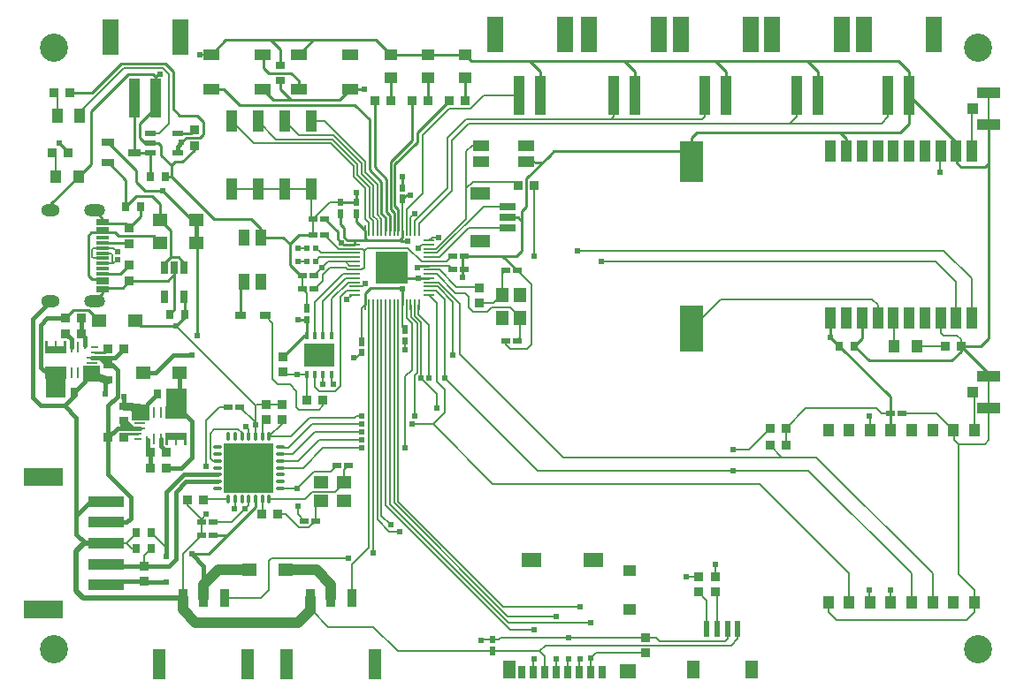
<source format=gtl>
G04 Layer: TopLayer*
G04 EasyEDA v6.5.44, 2024-09-11 13:33:57*
G04 d97fa038366940f8a7afa66022820b17,998d2601f2934e99b29d4200b4e4a5d6,10*
G04 Gerber Generator version 0.2*
G04 Scale: 100 percent, Rotated: No, Reflected: No *
G04 Dimensions in inches *
G04 leading zeros omitted , absolute positions ,3 integer and 6 decimal *
%FSLAX36Y36*%
%MOIN*%

%AMMACRO1*21,1,$1,$2,0,0,$3*%
%AMMACRO2*4,1,12,-0.0384,0.0217,-0.0384,-0.0217,0.0384,-0.0217,0.0384,0.0217,0.0285,0.0217,0.0285,0.002,0.0049,0.002,0.0049,0.0217,-0.0049,0.0217,-0.0049,0.002,-0.0285,0.002,-0.0285,0.0217,-0.0384,0.0217,0*%
%AMMACRO3*4,1,12,-0.0384,-0.0217,-0.0384,0.0217,0.0384,0.0217,0.0384,-0.0217,0.0285,-0.0217,0.0285,-0.002,0.0049,-0.002,0.0049,-0.0217,-0.0049,-0.0217,-0.0049,-0.002,-0.0285,-0.002,-0.0285,-0.0217,-0.0384,-0.0217,0*%
%AMMACRO4*4,1,12,0.0384,-0.0217,0.0384,0.0217,-0.0384,0.0217,-0.0384,-0.0217,-0.0285,-0.0217,-0.0285,-0.002,-0.0049,-0.002,-0.0049,-0.0217,0.0049,-0.0217,0.0049,-0.002,0.0285,-0.002,0.0285,-0.0217,0.0384,-0.0217,0*%
%AMMACRO5*4,1,12,0.0384,0.0217,0.0384,-0.0217,-0.0384,-0.0217,-0.0384,0.0217,-0.0285,0.0217,-0.0285,0.002,-0.0049,0.002,-0.0049,0.0217,0.0049,0.0217,0.0049,0.002,0.0285,0.002,0.0285,0.0217,0.0384,0.0217,0*%
%ADD10C,0.0100*%
%ADD11C,0.0080*%
%ADD12C,0.0200*%
%ADD13C,0.0150*%
%ADD14C,0.0160*%
%ADD15C,0.0300*%
%ADD16C,0.0400*%
%ADD17R,0.0354X0.0315*%
%ADD18R,0.0591X0.0394*%
%ADD19R,0.0394X0.0591*%
%ADD20MACRO1,0.034X0.0318X0.0000*%
%ADD21R,0.0340X0.0318*%
%ADD22MACRO1,0.034X0.0318X90.0000*%
%ADD23MACRO1,0.034X0.0318X-90.0000*%
%ADD24R,0.0315X0.0354*%
%ADD25R,0.0551X0.0472*%
%ADD26R,0.1378X0.0394*%
%ADD27R,0.1457X0.0709*%
%ADD28MACRO1,0.0213X0.0311X-90.0000*%
%ADD29MACRO1,0.0213X0.0311X90.0000*%
%ADD30MACRO1,0.0472X0.0551X90.0000*%
%ADD31MACRO1,0.0472X0.0551X-90.0000*%
%ADD32MACRO2*%
%ADD33MACRO3*%
%ADD34R,0.0276X0.0098*%
%ADD35R,0.0433X0.0098*%
%ADD36R,0.0098X0.0276*%
%ADD37R,0.0098X0.0433*%
%ADD38R,0.0098X0.0315*%
%ADD39MACRO1,0.0472X0.0709X90.0000*%
%ADD40MACRO1,0.0236X0.0591X90.0000*%
%ADD41R,0.0394X0.1496*%
%ADD42R,0.0591X0.1339*%
%ADD43R,0.0906X0.1575*%
%ADD44R,0.0906X0.1732*%
%ADD45R,0.0453X0.0276*%
%ADD46MACRO4*%
%ADD47MACRO5*%
%ADD48R,0.0236X0.0610*%
%ADD49R,0.0472X0.0709*%
%ADD50R,0.0354X0.0669*%
%ADD51R,0.0512X0.1181*%
%ADD52R,0.0433X0.0787*%
%ADD53R,0.0157X0.0315*%
%ADD54R,0.1181X0.0906*%
%ADD55MACRO1,0.0213X0.0311X0.0000*%
%ADD56R,0.0213X0.0311*%
%ADD57MACRO1,0.0213X0.0223X-90.0000*%
%ADD58R,0.0079X0.0433*%
%ADD59R,0.0433X0.0079*%
%ADD60R,0.1220X0.1220*%
%ADD61R,0.0472X0.0551*%
%ADD62MACRO1,0.0472X0.0551X0.0000*%
%ADD63R,0.0394X0.0295*%
%ADD64O,0.014331X0.033346*%
%ADD65O,0.033346X0.014331*%
%ADD66MACRO1,0.185X0.185X-90.0000*%
%ADD67R,0.0394X0.0492*%
%ADD68R,0.0866X0.0433*%
%ADD69R,0.0413X0.0394*%
%ADD70R,0.0394X0.0787*%
%ADD71R,0.0433X0.0472*%
%ADD72R,0.0492X0.0394*%
%ADD73MACRO1,0.059X0.0393X0.0000*%
%ADD74MACRO1,0.0591X0.0393X0.0000*%
%ADD75R,0.0610X0.0532*%
%ADD76R,0.0461X0.0709*%
%ADD77R,0.0748X0.0532*%
%ADD78R,0.0472X0.0394*%
%ADD79R,0.0276X0.0472*%
%ADD80MACRO1,0.0245X0.0435X0.0000*%
%ADD81R,0.0394X0.0236*%
%ADD82R,0.0512X0.0118*%
%ADD83MACRO1,0.0394X0.0551X0.0000*%
%ADD84R,0.0394X0.0551*%
%ADD85C,0.1063*%
%ADD86O,0.070866X0.047244*%
%ADD87O,0.07873999999999999X0.047244*%
%ADD88C,0.0240*%
%ADD89C,0.0244*%
%ADD90C,0.0112*%

%LPD*%
G36*
X225000Y1185000D02*
G01*
X225000Y1125000D01*
X289840Y1124840D01*
X290000Y1125000D01*
X290000Y1185000D01*
G37*
G36*
X285000Y1220000D02*
G01*
X285000Y1210000D01*
X305000Y1185000D01*
X335000Y1185000D01*
X335000Y1220000D01*
G37*
G36*
X85000Y1160000D02*
G01*
X85000Y1065000D01*
X160000Y1065000D01*
X160000Y1160000D01*
G37*
G36*
X540000Y1100000D02*
G01*
X540000Y1005000D01*
X615000Y1005000D01*
X615000Y1100000D01*
G37*
G36*
X410160Y1040160D02*
G01*
X410000Y1040000D01*
X410000Y980000D01*
X475000Y980000D01*
X475000Y1040000D01*
G37*
G36*
X365000Y980000D02*
G01*
X365000Y945000D01*
X415000Y945000D01*
X415000Y955000D01*
X395000Y980000D01*
G37*
D10*
X297800Y1531100D02*
G01*
X366440Y1531100D01*
X400000Y1564659D01*
D11*
X297800Y1570500D02*
G01*
X330500Y1570500D01*
X335000Y1575000D01*
X335000Y1605000D01*
X330199Y1609800D01*
X297800Y1609800D01*
X1529799Y1625900D02*
G01*
X1555900Y1625900D01*
X1670000Y1740000D01*
X1670000Y1995000D01*
X1691499Y2016500D01*
X1725399Y2016500D01*
X1865299Y1865000D02*
G01*
X1850299Y1880000D01*
X1695000Y1880000D01*
X1670000Y1855399D01*
D10*
X1894600Y1953499D02*
G01*
X1957700Y1953200D01*
X833500Y1500360D02*
G01*
X818840Y1485700D01*
X818840Y1375000D01*
X1005000Y1645000D02*
G01*
X980360Y1669639D01*
X896499Y1669639D01*
X559369Y1900000D02*
G01*
X719879Y1739490D01*
X860000Y1739490D01*
X896499Y1702989D01*
X896499Y1669639D01*
X1026318Y2190000D02*
G01*
X1010000Y2190000D01*
X970000Y2230000D01*
X970000Y2262440D01*
X932817Y2415000D02*
G01*
X970000Y2377818D01*
X970000Y2317559D01*
X901459Y2359960D02*
G01*
X905000Y2356419D01*
X905000Y2310000D01*
X925000Y2290000D01*
X1010000Y2290000D01*
X1038540Y2261460D01*
X1038540Y2230039D01*
X1385000Y2358299D02*
G01*
X1328299Y2415000D01*
X763599Y2415000D01*
X708499Y2360000D01*
X3103299Y1995000D02*
G01*
X3103299Y2041700D01*
X3080000Y2065000D01*
X2540000Y2065000D01*
X2520000Y2045000D01*
X2520000Y1955000D01*
X1984502Y1980000D02*
G01*
X1999502Y1995000D01*
X2520000Y1995000D01*
X2520000Y1954960D01*
D11*
X3190000Y995000D02*
G01*
X3191930Y993069D01*
X3191930Y941729D01*
X1529760Y1468379D02*
G01*
X1556620Y1468379D01*
X1590000Y1435000D01*
X1590000Y1140000D01*
X1492367Y1415228D02*
G01*
X1490000Y1412858D01*
X1490000Y1380000D01*
X1530000Y1340000D01*
X1530000Y1140000D01*
X968050Y876770D02*
G01*
X969819Y875000D01*
X1000000Y875000D01*
X1090000Y965000D01*
X1275000Y965000D01*
X968051Y825590D02*
G01*
X1035591Y825590D01*
X1115000Y905000D01*
X1275000Y905000D01*
D12*
X601300Y310000D02*
G01*
X225000Y310000D01*
X200000Y335000D01*
X200000Y485000D01*
X230000Y515000D01*
X312600Y515000D01*
D13*
X155000Y1035000D02*
G01*
X200000Y990000D01*
X200000Y550000D01*
X235000Y515000D01*
X312609Y515000D01*
X312600Y593699D02*
G01*
X313899Y595000D01*
X390000Y595000D01*
X405000Y610000D01*
X405000Y690000D01*
X320000Y775000D01*
X320000Y915000D01*
X102199Y1429699D02*
G01*
X35000Y1362500D01*
X35000Y1065000D01*
X65000Y1035000D01*
X155000Y1035000D01*
X192600Y1072600D01*
X192600Y1085000D01*
D14*
X259960Y1215819D02*
G01*
X345480Y1215819D01*
X379661Y1250000D01*
D13*
X320000Y915000D02*
G01*
X320000Y1035000D01*
X355000Y1070000D01*
X355000Y1170000D01*
X337440Y1187559D01*
X320000Y1187559D01*
X320000Y1132438D02*
G01*
X310000Y1122438D01*
X310000Y1080000D01*
D11*
X1121689Y676534D02*
G01*
X1101459Y656305D01*
X1101459Y600000D01*
D10*
X379663Y915000D02*
G01*
X394146Y929486D01*
X432168Y929486D01*
D13*
X380000Y1032559D02*
G01*
X380000Y1070000D01*
X480336Y800000D02*
G01*
X480336Y860000D01*
X467606Y903894D02*
G01*
X467606Y872734D01*
X480336Y860000D01*
X518784Y909807D02*
G01*
X518784Y880873D01*
X539663Y860000D01*
X467606Y1040165D02*
G01*
X507440Y1080000D01*
D15*
X432168Y1008225D02*
G01*
X407831Y1032561D01*
X380000Y1032561D01*
D14*
X440043Y949175D02*
G01*
X354511Y949175D01*
X320336Y915000D01*
D13*
X160300Y1365000D02*
G01*
X90000Y1365000D01*
X65000Y1340000D01*
X65000Y1180000D01*
X88200Y1156799D01*
X122199Y1156799D01*
X540000Y465000D02*
G01*
X540000Y710000D01*
X604409Y774409D01*
X731950Y774409D01*
D11*
X671547Y545138D02*
G01*
X601260Y474850D01*
X601260Y309989D01*
X690000Y625000D02*
G01*
X671547Y606547D01*
X671547Y595138D01*
X1770000Y108539D02*
G01*
X1411459Y108539D01*
X1320000Y200000D01*
X1150000Y200000D01*
X1088699Y261300D01*
X1081300Y261300D01*
X1303400Y1415199D02*
G01*
X1303400Y498400D01*
X1238739Y433739D01*
X1238739Y309989D01*
X1320000Y480000D02*
G01*
X1320000Y675000D01*
X1320000Y1415199D01*
X1335000Y1415199D02*
G01*
X1335000Y605000D01*
X1380000Y560000D01*
X1420000Y560000D01*
X758701Y310000D02*
G01*
X895000Y310000D01*
X925000Y340000D01*
X925000Y450000D01*
X935000Y460000D01*
X1225000Y460000D01*
D16*
X601300Y310000D02*
G01*
X601300Y263699D01*
X650000Y215000D01*
X1035000Y215000D01*
X1081300Y261300D01*
X1081300Y310000D01*
D11*
X773540Y1030000D02*
G01*
X740000Y1030000D01*
X690000Y980000D01*
X690000Y805000D01*
X671547Y595138D02*
G01*
X671547Y545138D01*
X731999Y825599D02*
G01*
X714400Y825599D01*
X705000Y835000D01*
X705000Y930000D01*
X720000Y945000D01*
X810000Y945000D01*
X824399Y930599D01*
X824399Y918000D01*
X835000Y645000D02*
G01*
X850000Y660000D01*
X850000Y681950D01*
X798818Y681950D02*
G01*
X798818Y648818D01*
X795000Y645000D01*
X850000Y918049D02*
G01*
X850000Y945000D01*
X840000Y955000D01*
X1058540Y600000D02*
G01*
X1035000Y623539D01*
X1035000Y655000D01*
X1208310Y743465D02*
G01*
X1174844Y710000D01*
X1090000Y710000D01*
X1061949Y681950D01*
X926769Y681950D01*
X1183540Y810000D02*
G01*
X1158540Y785000D01*
X1095000Y785000D01*
X1033230Y723229D01*
X1033230Y723229D02*
G01*
X1033230Y723229D01*
X968050Y723229D01*
X1226459Y810000D02*
G01*
X1208310Y791849D01*
X1208310Y743465D01*
X1101459Y600000D02*
G01*
X1076459Y575000D01*
X1040000Y575000D01*
X990000Y625000D01*
X959660Y625000D01*
X901181Y681950D02*
G01*
X901181Y625841D01*
X900339Y625000D01*
D13*
X455000Y370340D02*
G01*
X455340Y370000D01*
X540000Y370000D01*
X312609Y436260D02*
G01*
X319209Y429659D01*
X455000Y429659D01*
X312609Y357519D02*
G01*
X325430Y370340D01*
X455000Y370340D01*
D11*
X1413599Y1415199D02*
G01*
X1413599Y671401D01*
X1810000Y275000D01*
X2100000Y275000D01*
X1397899Y1415199D02*
G01*
X1397899Y667100D01*
X1825000Y240000D01*
X2010000Y240000D01*
X1382100Y1415199D02*
G01*
X1382100Y662899D01*
X1830000Y215000D01*
X2140000Y215000D01*
X1366382Y1415228D02*
G01*
X1366382Y658618D01*
X1835000Y190000D01*
X1925000Y190000D01*
X2500000Y390000D02*
G01*
X2545000Y389699D01*
X2610000Y435000D02*
G01*
X2610000Y389659D01*
X1946499Y108499D02*
G01*
X1968000Y130000D01*
X2670000Y130000D01*
X2694099Y154099D01*
X2694099Y191300D01*
X1770000Y108499D02*
G01*
X1946499Y108499D01*
X1966999Y88000D01*
X1966999Y29899D01*
X2140200Y80199D02*
G01*
X2140200Y29899D01*
X2100000Y80000D02*
G01*
X2096920Y76920D01*
X2096920Y29859D01*
X2055000Y80000D02*
G01*
X2053609Y78609D01*
X2053609Y29859D01*
X2010000Y80000D02*
G01*
X2010299Y29899D01*
X1925000Y80000D02*
G01*
X1923689Y78690D01*
X1923689Y29859D01*
X2140200Y80199D02*
G01*
X2160299Y100300D01*
X2345000Y100300D01*
X1770000Y108539D02*
G01*
X1770000Y110000D01*
X2610000Y330338D02*
G01*
X2615321Y325019D01*
X2615321Y191298D01*
X2545000Y330338D02*
G01*
X2575951Y299389D01*
X2575951Y191298D01*
X1350000Y1415199D02*
G01*
X1350000Y620000D01*
X1385000Y585000D01*
X1529760Y1657361D02*
G01*
X1542399Y1670000D01*
X1565000Y1670000D01*
D10*
X1661459Y1600000D02*
G01*
X1806459Y1600000D01*
X1861459Y1545000D01*
D11*
X1476599Y1694800D02*
G01*
X1476599Y1731599D01*
X1600000Y1855000D01*
X1600000Y2045000D01*
X1670000Y2115000D01*
X2215000Y2115000D01*
X2225600Y2125599D01*
X2225600Y2204800D01*
X2215000Y2115000D02*
G01*
X2560000Y2115000D01*
X2570600Y2125599D01*
X2570600Y2204800D01*
X1492399Y1694800D02*
G01*
X1492399Y1722399D01*
X1615000Y1845000D01*
X1615000Y2035000D01*
X1680000Y2100000D01*
X2890000Y2100000D01*
X2915600Y2125599D01*
X2915600Y2204800D01*
X2875000Y2100000D02*
G01*
X3235000Y2100000D01*
X3260600Y2125599D01*
X3260600Y2204800D01*
X3221400Y1365000D02*
G01*
X3221400Y1413600D01*
X3200000Y1435000D01*
X2629960Y1435000D01*
X2520000Y1325039D01*
X1334899Y1694800D02*
G01*
X1335000Y1735000D01*
X1320000Y1750000D01*
X1320000Y1865000D01*
X1275000Y1910000D01*
X1275000Y1950000D01*
X1170000Y2055000D01*
X1040000Y2055000D01*
X986999Y2108000D01*
X985000Y2108000D01*
X1275000Y1233539D02*
G01*
X1256459Y1215000D01*
X1245000Y1215000D01*
D10*
X1525000Y2271700D02*
G01*
X1524700Y2185000D01*
X1413599Y1694800D02*
G01*
X1413599Y1776399D01*
X1400000Y1790000D01*
X1400000Y1945000D01*
X1485000Y2030000D01*
X1485000Y2064699D01*
X1605299Y2185000D01*
D11*
X1429369Y1415228D02*
G01*
X1429369Y1332089D01*
X1440000Y1321460D01*
D10*
X1287600Y1415199D02*
G01*
X1287600Y1457600D01*
X1310000Y1480000D01*
X1430000Y1480000D01*
X1430000Y1475000D01*
D11*
X1440000Y1245000D02*
G01*
X1440000Y1278539D01*
D10*
X2955000Y2335000D02*
G01*
X3300000Y2335000D01*
X3339300Y2295700D01*
X3339300Y2204800D01*
X3268540Y1005000D02*
G01*
X3270670Y1002869D01*
X3270670Y941729D01*
X3534660Y1260000D02*
G01*
X3639520Y1155140D01*
X3639520Y1144059D01*
X3516700Y1994899D02*
G01*
X3520000Y1991599D01*
X3520000Y1950000D01*
X3535000Y1935000D01*
X3625000Y1935000D01*
X3639499Y1949499D01*
X3639499Y2095900D01*
X3534660Y1260000D02*
G01*
X3610000Y1260000D01*
X3639499Y1289499D01*
X3639499Y1949499D01*
X3132560Y1260000D02*
G01*
X3187560Y1205000D01*
X3500000Y1205000D01*
X3534660Y1239659D01*
X3534660Y1260000D01*
X3077439Y1260000D02*
G01*
X3044210Y1293229D01*
X3132560Y1260000D02*
G01*
X3162319Y1289760D01*
X3162319Y1365000D01*
X1231499Y2230000D02*
G01*
X1285000Y2230000D01*
X1430000Y1813539D02*
G01*
X1446459Y1830000D01*
X1460000Y1830000D01*
D11*
X1445100Y1694800D02*
G01*
X1445100Y1775100D01*
X1505000Y1835000D01*
X1505000Y2055000D01*
X1605000Y2155000D01*
X1685000Y2155000D01*
X1734799Y2204800D01*
X1870600Y2204800D01*
D10*
X1255000Y1801460D02*
G01*
X1255000Y1840000D01*
X1430000Y1856460D02*
G01*
X1430000Y1900000D01*
X1397899Y1694800D02*
G01*
X1397899Y1762100D01*
X1385000Y1775000D01*
X1385000Y1955000D01*
X1465299Y2035300D01*
X1465299Y2185000D01*
X500000Y2275000D02*
G01*
X510000Y2285000D01*
X515000Y2285000D01*
X1665000Y2358310D02*
G01*
X1525000Y2358310D01*
D11*
X3457597Y1994918D02*
G01*
X3455000Y1992321D01*
X3455000Y1915000D01*
D10*
X3044210Y1293229D02*
G01*
X3044210Y1293229D01*
X3044210Y1365000D01*
X3339300Y2204800D02*
G01*
X3340000Y2100000D01*
X3305000Y2065000D01*
X3080000Y2065000D01*
D11*
X3525000Y890000D02*
G01*
X3525000Y400000D01*
X3585600Y339400D01*
X3585600Y292100D01*
X3311459Y1005000D02*
G01*
X3443620Y1005000D01*
X3506890Y941729D01*
X3280429Y1365000D02*
G01*
X3281689Y1363739D01*
X3281689Y1260000D01*
X3368310Y1260000D02*
G01*
X3475339Y1260000D01*
X3457600Y1365000D02*
G01*
X3460000Y1362600D01*
X3460000Y1310000D01*
X3470000Y1300000D01*
X3520000Y1300000D01*
X3534700Y1285300D01*
X3534700Y1260000D01*
X3506899Y941700D02*
G01*
X3510200Y938400D01*
X3510200Y904800D01*
X3525000Y890000D01*
X3625000Y890000D01*
X3639499Y904499D01*
X3639499Y1025900D01*
X3580469Y1085000D02*
G01*
X3585630Y1079839D01*
X3585630Y941729D01*
X3639520Y1025940D02*
G01*
X3639520Y1144059D01*
X3639520Y2095940D02*
G01*
X3639520Y2214059D01*
X3580469Y2155000D02*
G01*
X3575709Y2150239D01*
X3575709Y1994920D01*
D10*
X3339340Y2204800D02*
G01*
X3516649Y2027489D01*
X3516649Y1994920D01*
X2265000Y2335000D02*
G01*
X2610000Y2335000D01*
X2649369Y2295630D01*
X2649369Y2204839D01*
X1910000Y2335000D02*
G01*
X2265000Y2335000D01*
X2304300Y2295700D01*
X2304300Y2204800D01*
X1665000Y2358299D02*
G01*
X1688299Y2335000D01*
X1910000Y2335000D01*
X1949399Y2295599D01*
X1949399Y2204800D01*
X2610000Y2335000D02*
G01*
X2955000Y2335000D01*
X2994399Y2295599D01*
X2994399Y2204800D01*
D11*
X1861499Y1545000D02*
G01*
X1915000Y1491500D01*
X1915000Y1265000D01*
X1900000Y1250000D01*
X1835000Y1250000D01*
X1818500Y1266500D01*
X1818500Y1280000D01*
X708499Y2360000D02*
G01*
X665000Y2360000D01*
X211399Y2130000D02*
G01*
X211399Y2141399D01*
X380000Y2310000D01*
X525000Y2310000D01*
X550000Y2285000D01*
X550000Y2100000D01*
X512399Y2062399D01*
X478800Y2062399D01*
D13*
X232399Y1148890D02*
G01*
X232399Y1124841D01*
X192559Y1085000D01*
D10*
X1661459Y1550000D02*
G01*
X1655000Y1543539D01*
X1655000Y1520000D01*
X1656499Y1600000D02*
G01*
X1656499Y1555000D01*
X1661499Y1550000D01*
D11*
X1460860Y1694769D02*
G01*
X1460860Y1745859D01*
X1475000Y1760000D01*
X1529759Y1641610D02*
G01*
X1501610Y1641610D01*
X1490000Y1630000D01*
D10*
X1429369Y1415228D02*
G01*
X1430000Y1415859D01*
X1430000Y1475000D01*
X1420000Y1660000D02*
G01*
X1425000Y1655000D01*
X1450000Y1655000D01*
X1529759Y1562869D02*
G01*
X1492870Y1562869D01*
X1485000Y1555000D01*
X1529759Y1515630D02*
G01*
X1487646Y1515630D01*
X1487646Y1515630D02*
G01*
X1429369Y1515630D01*
X1390000Y1555000D01*
D11*
X1250200Y1547100D02*
G01*
X1277100Y1547100D01*
X1285000Y1555000D01*
X1285000Y1620000D01*
X1279099Y1625900D01*
X1250200Y1625900D01*
X1285000Y1620000D02*
G01*
X1295000Y1630000D01*
X1450000Y1630000D01*
X1501379Y1578620D01*
X1529759Y1578620D01*
D10*
X1287600Y1694800D02*
G01*
X1287600Y1667399D01*
X1295000Y1660000D01*
X1420000Y1660000D01*
X1429399Y1669400D01*
X1429399Y1694800D01*
X1250240Y1657359D02*
G01*
X1252879Y1660000D01*
X1295000Y1660000D01*
X1195000Y1801460D02*
G01*
X1255000Y1801460D01*
X1093540Y1680000D02*
G01*
X1040000Y1680000D01*
X1005000Y1645000D01*
X1005000Y1565000D01*
X1045000Y1525000D01*
X1053540Y1525000D01*
X1035000Y1360000D02*
G01*
X1036459Y1358539D01*
X1070000Y1358539D01*
D13*
X219663Y1365000D02*
G01*
X219663Y1305000D01*
X232393Y1261107D02*
G01*
X232393Y1292265D01*
X219663Y1305000D01*
X181215Y1255194D02*
G01*
X181215Y1284126D01*
X160336Y1305000D01*
D15*
X265000Y1150000D02*
G01*
X311849Y1132440D01*
X320000Y1132440D01*
D10*
X320336Y1250000D02*
G01*
X305846Y1235509D01*
X267840Y1235509D01*
D16*
X988299Y415000D02*
G01*
X1105000Y415000D01*
X1160000Y360000D01*
X1160000Y310000D01*
D11*
X885000Y1852044D02*
G01*
X785000Y1852044D01*
X985000Y1852044D02*
G01*
X885000Y1852044D01*
X1085000Y1852044D02*
G01*
X985000Y1852044D01*
X1093540Y1740000D02*
G01*
X1085000Y1748539D01*
X1085000Y1852044D01*
X1303379Y1694769D02*
G01*
X1303379Y1726619D01*
X1290000Y1740000D01*
X1290000Y1855000D01*
X1245000Y1900000D01*
X1245000Y1940000D01*
X1160000Y2025000D01*
X867955Y2025000D01*
X785000Y2107955D01*
X1319129Y1694769D02*
G01*
X1319129Y1730870D01*
X1305000Y1745000D01*
X1305000Y1860000D01*
X1260000Y1905000D01*
X1260000Y1945000D01*
X1165000Y2040000D01*
X952955Y2040000D01*
X885000Y2107955D01*
X1350600Y1694800D02*
G01*
X1350000Y1740000D01*
X1335000Y1755000D01*
X1335000Y1870000D01*
X1290000Y1915000D01*
X1290000Y1955000D01*
X1136999Y2108000D01*
X1085000Y2108000D01*
D10*
X1382100Y1694800D02*
G01*
X1382100Y1752899D01*
X1370000Y1765000D01*
X1370000Y1890000D01*
X1325299Y1934699D01*
X1325299Y2185000D01*
X1385000Y2271700D02*
G01*
X1384700Y2185000D01*
X478809Y2025000D02*
G01*
X510000Y2025000D01*
X520000Y2015000D01*
X520000Y1980000D01*
X559369Y1940630D01*
X559369Y1900000D01*
X559400Y1940599D02*
G01*
X573699Y1955000D01*
X600000Y1955000D01*
X645000Y2000000D01*
X645000Y2015300D01*
X1038500Y2360000D02*
G01*
X1093599Y2415000D01*
X1385000Y2358310D02*
G01*
X1525000Y2358310D01*
X1665000Y2271700D02*
G01*
X1664700Y2185000D01*
D11*
X1873467Y1366689D02*
G01*
X1835160Y1405000D01*
X1765000Y1405000D01*
X1750000Y1390000D01*
X1695000Y1390000D01*
X1680000Y1405000D01*
X1680000Y1445000D01*
X1665000Y1460000D01*
X1630000Y1460000D01*
X1558622Y1531381D01*
X1529760Y1531381D01*
X1529760Y1547118D02*
G01*
X1567880Y1547118D01*
X1634149Y1480850D01*
X1718809Y1480850D01*
X1720000Y1479657D01*
X1806543Y1453310D02*
G01*
X1773568Y1420342D01*
X1720000Y1420342D01*
X1818540Y1545000D02*
G01*
X1806543Y1532997D01*
X1806543Y1453310D01*
X1861459Y1280000D02*
G01*
X1873467Y1292011D01*
X1873467Y1366689D01*
X1250239Y1499877D02*
G01*
X1224877Y1499877D01*
X1162241Y1437240D01*
X1162241Y1299800D01*
X1250239Y1515630D02*
G01*
X1215630Y1515630D01*
X1130752Y1429247D01*
X1130752Y1299800D01*
X1053540Y1475000D02*
G01*
X1070000Y1458539D01*
X1070000Y1401460D01*
X1195000Y1801460D02*
G01*
X1155000Y1801460D01*
X1093540Y1740000D01*
X1093540Y1740000D02*
G01*
X1093540Y1680000D01*
X1031981Y1150199D02*
G01*
X1067758Y1150199D01*
X980000Y1160342D02*
G01*
X990137Y1150199D01*
X1031981Y1150199D01*
X1070339Y1055000D02*
G01*
X1067758Y1057581D01*
X1067758Y1150199D01*
X1053540Y1525000D02*
G01*
X1053540Y1475000D01*
X1136459Y1680000D02*
G01*
X1190600Y1625859D01*
X1250239Y1625859D01*
X1102040Y1630000D02*
G01*
X1121918Y1610122D01*
X1250239Y1610122D01*
X1102040Y1580000D02*
G01*
X1116410Y1594369D01*
X1250239Y1594369D01*
X1250239Y1562871D02*
G01*
X1230752Y1562871D01*
X1215000Y1578618D01*
X1618540Y1600000D02*
G01*
X1597157Y1578618D01*
X1529760Y1578618D01*
X1618540Y1550000D02*
G01*
X1605668Y1562871D01*
X1529760Y1562871D01*
D10*
X400000Y1505340D02*
G01*
X544346Y1505340D01*
X569499Y1530493D01*
X267550Y1429720D02*
G01*
X297809Y1459980D01*
X297809Y1468110D01*
X267550Y1770279D02*
G01*
X297800Y1740030D01*
X297800Y1731889D01*
X208310Y1900000D02*
G01*
X102199Y1793890D01*
X102199Y1770279D01*
D11*
X115340Y2215000D02*
G01*
X128649Y2201689D01*
X128649Y2130000D01*
D10*
X552438Y1380000D02*
G01*
X569499Y1397060D01*
X569499Y1555000D01*
X400000Y1704659D02*
G01*
X442561Y1747220D01*
X442561Y1785000D01*
D11*
X110338Y1990000D02*
G01*
X121689Y1978649D01*
X121689Y1900000D01*
D10*
X297800Y1720081D02*
G01*
X384578Y1720081D01*
X400000Y1704659D01*
X297800Y1731889D02*
G01*
X297800Y1720081D01*
X400000Y1505340D02*
G01*
X374578Y1479918D01*
X297809Y1479918D01*
X297800Y1649209D02*
G01*
X396131Y1649209D01*
X400000Y1645340D01*
X499369Y2194839D02*
G01*
X499369Y2159369D01*
X440000Y2100000D01*
X440000Y2045000D01*
X460000Y2025000D01*
X478809Y2025000D01*
X420630Y2194839D02*
G01*
X418620Y2192829D01*
X418620Y1990000D01*
X645000Y2074659D02*
G01*
X632739Y2062399D01*
X581179Y2062399D01*
X478811Y1987600D02*
G01*
X476410Y1990000D01*
X418620Y1990000D01*
X478811Y1987600D02*
G01*
X480630Y1985781D01*
X480630Y1900000D01*
D11*
X1130749Y1150199D02*
G01*
X1130749Y1115000D01*
X1162240Y1150199D02*
G01*
X1162240Y1122759D01*
X1170000Y1115000D01*
X1250239Y1452638D02*
G01*
X1237638Y1452638D01*
X1220000Y1435000D01*
X1250200Y1531399D02*
G01*
X1206400Y1531399D01*
X1099200Y1424200D01*
X1099200Y1299800D01*
X1250240Y1484130D02*
G01*
X1279129Y1484130D01*
X1290000Y1495000D01*
X1250200Y1468400D02*
G01*
X1218400Y1468400D01*
X1195000Y1445000D01*
X1195000Y1110000D01*
X1175000Y1090000D01*
X1115000Y1090000D01*
X1099200Y1105799D01*
X1099200Y1150199D01*
X1067960Y1580000D02*
G01*
X1035000Y1580000D01*
X1067960Y1630000D02*
G01*
X1035000Y1630000D01*
X297800Y1629499D02*
G01*
X264499Y1629499D01*
X260000Y1625000D01*
X260000Y1595000D01*
X264800Y1590199D01*
X297800Y1590199D01*
X355000Y1615000D02*
G01*
X340470Y1629529D01*
X297800Y1629529D01*
X355000Y1585000D02*
G01*
X340470Y1570470D01*
X297800Y1570470D01*
X2180000Y1580000D02*
G01*
X3440000Y1580000D01*
X3516700Y1503299D01*
X3516700Y1365000D01*
X2090000Y1620000D02*
G01*
X3470000Y1620000D01*
X3575708Y1514292D01*
X3575708Y1365000D01*
X1460900Y1415199D02*
G01*
X1460900Y1369099D01*
X1485000Y1345000D01*
X1485000Y1160000D01*
X1475000Y1150000D01*
X1475000Y995000D01*
X1529799Y1610100D02*
G01*
X1560100Y1610100D01*
X1735600Y1784400D01*
X1826199Y1784400D01*
X1529759Y1594369D02*
G01*
X1569369Y1594369D01*
X1680630Y1705630D01*
X1826189Y1705630D01*
D10*
X1806499Y1600000D02*
G01*
X1860000Y1600000D01*
X1880000Y1620000D01*
X1880000Y1730000D01*
X1865000Y1745000D01*
X1826199Y1745000D01*
X208299Y1900000D02*
G01*
X255000Y1946700D01*
X255000Y2145000D01*
X395000Y2285000D01*
X490000Y2285000D01*
X500000Y2275000D01*
X499400Y2194800D01*
X875591Y681950D02*
G01*
X875591Y650590D01*
X700000Y475000D01*
X635000Y475000D01*
X714499Y545100D02*
G01*
X770200Y545199D01*
X1984489Y1980000D02*
G01*
X1895000Y1890509D01*
X1895000Y1785000D01*
X1880000Y1770000D01*
X1880000Y1730000D01*
D11*
X3270699Y292100D02*
G01*
X3270000Y340000D01*
X3191930Y292130D02*
G01*
X3190000Y294059D01*
X3190000Y340000D01*
X1476620Y1415228D02*
G01*
X1476620Y1373379D01*
X1500000Y1350000D01*
X1500000Y1140000D01*
X1500000Y1140000D02*
G01*
X1560000Y1080000D01*
X1560000Y1025000D01*
X1529760Y1452638D02*
G01*
X1560000Y1422399D01*
X1560000Y1125000D01*
X1590000Y1095000D01*
X1590000Y1010000D01*
X1545000Y965000D01*
X1465000Y965000D01*
X1590000Y1140000D02*
G01*
X1940000Y790000D01*
X2960000Y790000D01*
X3349399Y400599D01*
X3349399Y292100D01*
X1529799Y1484099D02*
G01*
X1560897Y1484099D01*
X1620000Y1424998D01*
X1620000Y1225000D01*
X1529799Y1499899D02*
G01*
X1565100Y1499899D01*
X1645000Y1420000D01*
X1645000Y1230000D01*
X2035000Y840000D01*
X2990000Y840000D01*
X3428100Y401900D01*
X3428100Y292100D01*
D13*
X577500Y1008200D02*
G01*
X601799Y1008200D01*
X635000Y975000D01*
X635000Y840000D01*
X595000Y800000D01*
X539360Y800000D01*
X588310Y1160000D02*
G01*
X588310Y1019011D01*
X577539Y1008240D01*
X451689Y1160000D02*
G01*
X500000Y1160000D01*
X566242Y1226242D01*
X635000Y1226242D01*
D11*
X575000Y1335000D02*
G01*
X875590Y1034409D01*
X875590Y960806D01*
X875590Y960806D02*
G01*
X875590Y918049D01*
X816459Y1030000D02*
G01*
X875590Y970869D01*
X875590Y960806D01*
D10*
X575000Y1335000D02*
G01*
X575000Y1335000D01*
X607600Y1367600D01*
X607600Y1380000D01*
X606498Y1445000D02*
G01*
X607561Y1443939D01*
X607561Y1380000D01*
X1136459Y1740000D02*
G01*
X1185000Y1691460D01*
X1185000Y1665000D01*
X1200000Y1650000D01*
X1208388Y1641610D01*
X1250239Y1641610D01*
X1195000Y1758539D02*
G01*
X1195000Y1720000D01*
X1210000Y1705000D01*
X1210000Y1670000D01*
X1222637Y1657357D01*
X1250239Y1657357D01*
X1287629Y1694769D02*
G01*
X1255000Y1727399D01*
X1255000Y1758539D01*
D11*
X1250239Y1547118D02*
G01*
X1222880Y1547118D01*
X1215000Y1555000D01*
X1155000Y1555000D01*
X1130000Y1530000D01*
X1130000Y1505000D01*
X1100000Y1475000D01*
X1096459Y1475000D01*
X1096459Y1525000D02*
G01*
X1096459Y1526460D01*
X1125000Y1555000D01*
X1148617Y1578618D01*
X1250239Y1578618D01*
X1924657Y1865000D02*
G01*
X1924657Y1600342D01*
X1925000Y1600000D01*
D10*
X3077439Y1260000D02*
G01*
X3268540Y1068899D01*
X3268540Y1005000D01*
D11*
X2654700Y191300D02*
G01*
X2654700Y154699D01*
X2645000Y145000D01*
X2400000Y145000D01*
X2385299Y159699D01*
X1799700Y159699D01*
X1791499Y151500D01*
X1770000Y151500D01*
X1725000Y150000D02*
G01*
X1726459Y151460D01*
X1770000Y151460D01*
D10*
X423310Y1355000D02*
G01*
X443310Y1335000D01*
X575000Y1335000D01*
X980000Y1219657D02*
G01*
X1060137Y1299800D01*
X1067758Y1299800D01*
X1070000Y1358539D02*
G01*
X1067758Y1356298D01*
X1067758Y1299800D01*
D11*
X1430000Y1813501D02*
G01*
X1429399Y1694800D01*
D10*
X708499Y2230000D02*
G01*
X755000Y2230000D01*
X815000Y2170000D01*
X1250000Y2170000D01*
X1305000Y2115000D01*
X1305000Y1925000D01*
X1350000Y1880000D01*
X1350000Y1760000D01*
X1366400Y1743600D01*
X1366400Y1694800D01*
X901499Y2230000D02*
G01*
X941499Y2190000D01*
X1191400Y2190000D01*
X1231499Y2230000D01*
D11*
X1287627Y1415228D02*
G01*
X1275000Y1402602D01*
X1275000Y1276460D01*
X835000Y645000D02*
G01*
X785140Y595140D01*
X714470Y595140D01*
D10*
X1250240Y1641610D02*
G01*
X1250240Y1657359D01*
X160300Y1365000D02*
G01*
X190300Y1395000D01*
X246700Y1395000D01*
X286700Y1355000D01*
X135000Y2025000D02*
G01*
X169661Y1990338D01*
X169661Y1990000D01*
D13*
X653310Y1735000D02*
G01*
X653310Y1650001D01*
X653310Y1650000D01*
D10*
X297800Y1511399D02*
G01*
X258600Y1511399D01*
X245000Y1525000D01*
X245000Y1676100D01*
X257500Y1688600D01*
X297800Y1688600D01*
X297800Y1688580D02*
G01*
X346419Y1688580D01*
X360000Y1675000D01*
X491689Y1675000D01*
X516689Y1650000D01*
X297809Y1468110D02*
G01*
X297809Y1479918D01*
X297800Y1511419D02*
G01*
X297800Y1499600D01*
X297800Y1700390D02*
G01*
X297800Y1688580D01*
D16*
X851689Y415000D02*
G01*
X735000Y415000D01*
X680000Y360000D01*
X680000Y309989D01*
D13*
X635000Y475000D02*
G01*
X680000Y430000D01*
X680000Y309989D01*
D10*
X525000Y1845000D02*
G01*
X525000Y1845000D01*
X635000Y1735000D01*
X653310Y1735000D01*
X321379Y1952600D02*
G01*
X387440Y1886538D01*
X387440Y1785000D01*
X532500Y1555000D02*
G01*
X532500Y1572500D01*
X555000Y1595000D01*
X585000Y1595000D01*
X607500Y1572500D01*
X607500Y1555000D01*
X655000Y1300000D02*
G01*
X655000Y1650000D01*
X653299Y1650000D01*
X516689Y1735000D02*
G01*
X555000Y1696689D01*
X555000Y1595000D01*
X516689Y1735000D02*
G01*
X515000Y1736689D01*
X515000Y1795000D01*
X485000Y1825000D01*
X427438Y1825000D01*
X387438Y1785000D01*
D11*
X3034399Y292100D02*
G01*
X3034399Y255599D01*
X3065000Y225000D01*
X3555000Y225000D01*
X3585600Y255599D01*
X3585600Y292100D01*
X2874660Y950000D02*
G01*
X2874660Y885000D01*
X2815299Y885000D02*
G01*
X2860699Y840000D01*
X2815339Y950000D02*
G01*
X2735339Y870000D01*
X2675000Y870000D01*
X2874660Y950000D02*
G01*
X2949660Y1025000D01*
X3215000Y1025000D01*
X3235000Y1005000D01*
X3268540Y1005000D01*
D13*
X597500Y2027500D02*
G01*
X581199Y2011199D01*
X581199Y1987600D01*
X200000Y619454D02*
G01*
X253025Y672480D01*
X312620Y672480D01*
D11*
X926768Y918049D02*
G01*
X975000Y966282D01*
X975000Y980340D01*
X875591Y1034409D02*
G01*
X880842Y1039659D01*
X975000Y1039659D01*
X911199Y1375000D02*
G01*
X940000Y1346199D01*
X940000Y1135000D01*
X960000Y1115000D01*
X1005000Y1115000D01*
X1030000Y1090000D01*
X1030000Y1030000D01*
X1040000Y1020000D01*
X1115000Y1020000D01*
X1129700Y1034699D01*
X1129700Y1055000D01*
D10*
X559369Y1900000D02*
G01*
X535749Y1900000D01*
D11*
X312609Y515000D02*
G01*
X390000Y515000D01*
X427440Y552440D01*
X427440Y555000D01*
X390000Y515000D02*
G01*
X410000Y495000D01*
X427440Y495000D01*
X482559Y495000D02*
G01*
X455000Y467440D01*
X455000Y429659D01*
X482559Y555000D02*
G01*
X540000Y497559D01*
X540000Y465000D01*
X968051Y851179D02*
G01*
X1016181Y851179D01*
X1100002Y935000D01*
X1275000Y935000D01*
X926768Y918049D02*
G01*
X1008046Y918047D01*
X1080000Y990000D01*
X1250000Y990000D01*
X1255000Y995000D01*
X1275000Y995000D01*
X901180Y918049D02*
G01*
X901180Y966520D01*
X915000Y980340D01*
D13*
X455000Y429659D02*
G01*
X549659Y429659D01*
X575000Y455000D01*
X575000Y710000D01*
X613820Y748820D01*
X731950Y748820D01*
D11*
X679659Y680000D02*
G01*
X681610Y681950D01*
X773231Y681950D01*
X671547Y606547D02*
G01*
X620340Y657755D01*
X620340Y680000D01*
X968050Y800000D02*
G01*
X1055000Y800000D01*
X1130000Y875000D01*
X1275000Y875000D01*
X1445100Y1415199D02*
G01*
X1445000Y1365000D01*
X1465000Y1345000D01*
X1465000Y1170000D01*
X1440000Y1145000D01*
X1440000Y875000D01*
D10*
X320801Y2027399D02*
G01*
X425000Y1923200D01*
X425000Y1880000D01*
X460000Y1845000D01*
X525000Y1845000D01*
X174699Y2215000D02*
G01*
X260000Y2215000D01*
X370000Y2325000D01*
X535000Y2325000D01*
X565000Y2295000D01*
X565000Y2155000D01*
X590000Y2130000D01*
X655000Y2130000D01*
X680000Y2105000D01*
X680000Y2060000D01*
X665000Y2045000D01*
X615000Y2045000D01*
X597500Y2027500D01*
D11*
X1545000Y965000D02*
G01*
X1770000Y740000D01*
X2775000Y740000D01*
X3113199Y401799D01*
X3113199Y292100D01*
D17*
G01*
X970000Y2262440D03*
G01*
X970000Y2317559D03*
D18*
G01*
X1725360Y2016500D03*
G01*
X1894639Y2016500D03*
G01*
X1725360Y1953499D03*
G01*
X1894639Y1953499D03*
D19*
G01*
X833500Y1500360D03*
G01*
X833500Y1669639D03*
G01*
X896499Y1500360D03*
G01*
X896499Y1669639D03*
D20*
G01*
X915000Y1039655D03*
D21*
G01*
X915000Y980340D03*
D22*
G01*
X679655Y680000D03*
G01*
X620344Y680000D03*
D20*
G01*
X975000Y1039655D03*
D21*
G01*
X975000Y980340D03*
D23*
G01*
X1070344Y1055000D03*
G01*
X1129655Y1055000D03*
D24*
G01*
X480630Y1900000D03*
G01*
X535749Y1900000D03*
G01*
X427440Y555000D03*
G01*
X482559Y555000D03*
G01*
X427440Y495000D03*
G01*
X482559Y495000D03*
D23*
G01*
X2815344Y950000D03*
G01*
X2874655Y950000D03*
G01*
X2815344Y885000D03*
G01*
X2874655Y885000D03*
D25*
G01*
X516689Y1650000D03*
G01*
X653310Y1650000D03*
G01*
X588310Y1160000D03*
G01*
X451689Y1160000D03*
G01*
X286689Y1355000D03*
G01*
X423310Y1355000D03*
D26*
G01*
X312620Y672480D03*
G01*
X312609Y593739D03*
G01*
X312609Y515000D03*
G01*
X312609Y436260D03*
D27*
G01*
X77379Y765000D03*
G01*
X77379Y265000D03*
D26*
G01*
X312609Y357519D03*
D28*
G01*
X773540Y1030000D03*
G01*
X816459Y1030000D03*
G01*
X671549Y595138D03*
G01*
X714466Y595138D03*
G01*
X671549Y545138D03*
G01*
X714466Y545138D03*
D29*
G01*
X1226459Y810000D03*
G01*
X1183540Y810000D03*
G01*
X1101459Y600000D03*
G01*
X1058540Y600000D03*
D23*
G01*
X900344Y625000D03*
G01*
X959655Y625000D03*
D30*
G01*
X1121693Y676540D03*
G01*
X1208306Y676540D03*
D25*
G01*
X1208310Y743470D03*
D31*
G01*
X1121693Y743469D03*
D24*
G01*
X562260Y1080000D03*
G01*
X507139Y1080000D03*
D20*
G01*
X455000Y370344D03*
D21*
G01*
X455000Y429659D03*
D23*
G01*
X480046Y860000D03*
G01*
X539357Y860000D03*
D22*
G01*
X379357Y915000D03*
G01*
X320046Y915000D03*
D23*
G01*
X480046Y800000D03*
G01*
X539357Y800000D03*
D32*
G01*
X577539Y1008229D03*
D33*
G01*
X577539Y909763D03*
D34*
G01*
X431869Y909800D03*
G01*
X431869Y929490D03*
D35*
G01*
X439740Y949169D03*
G01*
X439740Y968859D03*
D34*
G01*
X431869Y988539D03*
G01*
X431869Y1008229D03*
D36*
G01*
X467300Y1016100D03*
D37*
G01*
X492890Y1008229D03*
G01*
X518479Y1008229D03*
G01*
X518479Y909800D03*
G01*
X493330Y909800D03*
D38*
G01*
X467300Y903899D03*
D17*
G01*
X380000Y1032559D03*
G01*
X380000Y977440D03*
D39*
G01*
X1723821Y1654447D03*
G01*
X1723827Y1835554D03*
D40*
G01*
X1826185Y1784370D03*
G01*
X1826185Y1745000D03*
G01*
X1826185Y1705629D03*
D41*
G01*
X2994340Y2204800D03*
G01*
X2915600Y2204800D03*
D42*
G01*
X2823080Y2435120D03*
G01*
X3086859Y2435120D03*
D41*
G01*
X2649340Y2204800D03*
G01*
X2570600Y2204800D03*
D42*
G01*
X2478080Y2435120D03*
G01*
X2741859Y2435120D03*
D41*
G01*
X2304340Y2204800D03*
G01*
X2225600Y2204800D03*
D42*
G01*
X2133080Y2435120D03*
G01*
X2396859Y2435120D03*
D41*
G01*
X3339340Y2204800D03*
G01*
X3260600Y2204800D03*
D42*
G01*
X3168080Y2435120D03*
G01*
X3431859Y2435120D03*
D20*
G01*
X2610000Y330344D03*
D21*
G01*
X2610000Y389659D03*
D20*
G01*
X2545000Y330344D03*
D21*
G01*
X2545000Y389659D03*
D43*
G01*
X2520000Y1954960D03*
D44*
G01*
X2520000Y1325039D03*
D45*
G01*
X419200Y1990000D03*
G01*
X320799Y1952600D03*
G01*
X320799Y2027399D03*
D24*
G01*
X137440Y1085000D03*
G01*
X192559Y1085000D03*
D17*
G01*
X320000Y1132440D03*
G01*
X320000Y1187559D03*
D22*
G01*
X219655Y1305000D03*
G01*
X160344Y1305000D03*
G01*
X219655Y1365000D03*
G01*
X160344Y1365000D03*
D23*
G01*
X320344Y1250000D03*
G01*
X379655Y1250000D03*
D46*
G01*
X122162Y1156771D03*
D47*
G01*
X122162Y1255237D03*
D34*
G01*
X267829Y1255199D03*
G01*
X267829Y1235509D03*
D35*
G01*
X259960Y1215830D03*
G01*
X259960Y1196140D03*
D34*
G01*
X267829Y1176460D03*
G01*
X267829Y1156770D03*
D36*
G01*
X232399Y1148899D03*
D37*
G01*
X206810Y1156770D03*
G01*
X181219Y1156770D03*
G01*
X181219Y1255199D03*
G01*
X206379Y1255199D03*
D38*
G01*
X232399Y1261100D03*
D48*
G01*
X2615320Y191300D03*
G01*
X2575950Y191300D03*
G01*
X2694070Y191280D03*
G01*
X2654700Y191280D03*
D49*
G01*
X2524759Y38719D03*
G01*
X2745240Y38699D03*
D50*
G01*
X758739Y309989D03*
G01*
X680000Y309989D03*
G01*
X601260Y309989D03*
D51*
G01*
X847330Y60000D03*
G01*
X512680Y60000D03*
D50*
G01*
X1238739Y309989D03*
G01*
X1160000Y309989D03*
G01*
X1081260Y309989D03*
D51*
G01*
X1327330Y60000D03*
G01*
X992680Y60000D03*
D23*
G01*
X3475344Y1260000D03*
G01*
X3534655Y1260000D03*
D20*
G01*
X2345000Y159655D03*
D21*
G01*
X2345000Y100340D03*
D52*
G01*
X785000Y1852049D03*
G01*
X885000Y1852049D03*
G01*
X885000Y2107950D03*
G01*
X785000Y2107950D03*
G01*
X985000Y1852049D03*
G01*
X1085000Y1852049D03*
G01*
X985000Y2107950D03*
G01*
X1085000Y2107950D03*
D53*
G01*
X1067759Y1150199D03*
G01*
X1099250Y1150199D03*
G01*
X1130749Y1150199D03*
G01*
X1162240Y1150199D03*
G01*
X1162240Y1299800D03*
G01*
X1130749Y1299800D03*
G01*
X1099250Y1299800D03*
G01*
X1067759Y1299800D03*
D54*
G01*
X1115000Y1225000D03*
D22*
G01*
X1924655Y1865000D03*
G01*
X1865344Y1865000D03*
D20*
G01*
X1720000Y1479655D03*
D21*
G01*
X1720000Y1420340D03*
D29*
G01*
X1096459Y1475000D03*
G01*
X1053540Y1475000D03*
D28*
G01*
X1618540Y1600000D03*
G01*
X1661459Y1600000D03*
D29*
G01*
X1136459Y1680000D03*
G01*
X1093540Y1680000D03*
G01*
X1096459Y1525000D03*
G01*
X1053540Y1525000D03*
G01*
X1136459Y1740000D03*
G01*
X1093540Y1740000D03*
D55*
G01*
X1275000Y1276458D03*
D56*
G01*
X1275000Y1233539D03*
D55*
G01*
X1440000Y1321458D03*
D56*
G01*
X1440000Y1278539D03*
D28*
G01*
X1618540Y1550000D03*
G01*
X1661459Y1550000D03*
D55*
G01*
X1430000Y1813541D03*
D56*
G01*
X1430000Y1856460D03*
D55*
G01*
X1255000Y1758541D03*
D56*
G01*
X1255000Y1801460D03*
D55*
G01*
X1195000Y1758541D03*
D56*
G01*
X1195000Y1801460D03*
D57*
G01*
X1067959Y1580000D03*
G01*
X1102040Y1580000D03*
G01*
X1067959Y1630000D03*
G01*
X1102040Y1630000D03*
D58*
G01*
X1287640Y1415230D03*
G01*
X1303389Y1415230D03*
G01*
X1319139Y1415230D03*
G01*
X1334880Y1415230D03*
G01*
X1350630Y1415230D03*
G01*
X1366379Y1415230D03*
G01*
X1382120Y1415230D03*
G01*
X1397879Y1415230D03*
G01*
X1413620Y1415230D03*
G01*
X1429369Y1415230D03*
G01*
X1445119Y1415230D03*
G01*
X1460860Y1415230D03*
G01*
X1476620Y1415230D03*
G01*
X1492370Y1415230D03*
D59*
G01*
X1529759Y1452640D03*
G01*
X1529759Y1468380D03*
G01*
X1529759Y1484130D03*
G01*
X1529759Y1499879D03*
G01*
X1529759Y1515630D03*
G01*
X1529759Y1531379D03*
G01*
X1529759Y1547120D03*
G01*
X1529759Y1562869D03*
G01*
X1529759Y1578620D03*
G01*
X1529759Y1594369D03*
G01*
X1529759Y1610120D03*
G01*
X1529759Y1625859D03*
G01*
X1529759Y1641610D03*
G01*
X1529759Y1657359D03*
D58*
G01*
X1492370Y1694769D03*
G01*
X1476620Y1694769D03*
G01*
X1460860Y1694769D03*
G01*
X1445119Y1694769D03*
G01*
X1429369Y1694769D03*
G01*
X1413620Y1694769D03*
G01*
X1397879Y1694769D03*
G01*
X1382120Y1694769D03*
G01*
X1366379Y1694769D03*
G01*
X1350630Y1694769D03*
G01*
X1334880Y1694769D03*
G01*
X1319139Y1694769D03*
G01*
X1303389Y1694769D03*
G01*
X1287640Y1694769D03*
D59*
G01*
X1250240Y1657359D03*
G01*
X1250240Y1641610D03*
G01*
X1250240Y1625859D03*
G01*
X1250240Y1610120D03*
G01*
X1250240Y1594369D03*
G01*
X1250240Y1578620D03*
G01*
X1250240Y1562869D03*
G01*
X1250240Y1547120D03*
G01*
X1250240Y1531379D03*
G01*
X1250240Y1515630D03*
G01*
X1250240Y1499879D03*
G01*
X1250240Y1484130D03*
G01*
X1250240Y1468380D03*
G01*
X1250240Y1452640D03*
D60*
G01*
X1390000Y1555000D03*
D28*
G01*
X1818540Y1545000D03*
G01*
X1861459Y1545000D03*
D29*
G01*
X1861459Y1280000D03*
G01*
X1818540Y1280000D03*
D55*
G01*
X1070000Y1401458D03*
D56*
G01*
X1070000Y1358539D03*
D20*
G01*
X980000Y1219655D03*
D21*
G01*
X980000Y1160340D03*
D61*
G01*
X1806540Y1453310D03*
D62*
G01*
X1806540Y1366693D03*
G01*
X1873470Y1366693D03*
G01*
X1873470Y1453306D03*
D63*
G01*
X911159Y1375000D03*
G01*
X818840Y1375000D03*
D41*
G01*
X1949369Y2204839D03*
G01*
X1870630Y2204839D03*
D42*
G01*
X1778109Y2435160D03*
G01*
X2041890Y2435160D03*
D64*
G01*
X926769Y918049D03*
G01*
X901180Y918049D03*
G01*
X875590Y918049D03*
G01*
X850000Y918049D03*
G01*
X824409Y918049D03*
G01*
X798819Y918049D03*
G01*
X773230Y918049D03*
D65*
G01*
X731950Y876770D03*
G01*
X731950Y851179D03*
G01*
X731950Y825590D03*
G01*
X731950Y800000D03*
G01*
X731950Y774409D03*
G01*
X731950Y748820D03*
G01*
X731950Y723229D03*
D64*
G01*
X773230Y681950D03*
G01*
X798819Y681950D03*
G01*
X824409Y681950D03*
G01*
X850000Y681950D03*
G01*
X875590Y681950D03*
G01*
X901180Y681950D03*
G01*
X926769Y681950D03*
D65*
G01*
X968050Y723229D03*
G01*
X968050Y748820D03*
G01*
X968050Y774409D03*
G01*
X968050Y800000D03*
G01*
X968050Y825590D03*
G01*
X968050Y851179D03*
G01*
X968050Y876770D03*
D66*
G01*
X850000Y800000D03*
D28*
G01*
X3268540Y1005000D03*
G01*
X3311459Y1005000D03*
D24*
G01*
X3132560Y1260000D03*
G01*
X3077439Y1260000D03*
D55*
G01*
X1770000Y108541D03*
D56*
G01*
X1770000Y151460D03*
D67*
G01*
X3281689Y1260000D03*
G01*
X3368310Y1260000D03*
D68*
G01*
X3639520Y2214059D03*
D69*
G01*
X3580469Y2155000D03*
D68*
G01*
X3639520Y2095940D03*
G01*
X3639520Y1144059D03*
D69*
G01*
X3580469Y1085000D03*
D68*
G01*
X3639520Y1025940D03*
D70*
G01*
X3044210Y1365000D03*
G01*
X3103270Y1365000D03*
G01*
X3162319Y1365000D03*
G01*
X3221379Y1365000D03*
G01*
X3280429Y1365000D03*
G01*
X3339489Y1365000D03*
G01*
X3398540Y1365000D03*
G01*
X3457600Y1365000D03*
G01*
X3516649Y1365000D03*
G01*
X3457600Y1994920D03*
G01*
X3339489Y1994920D03*
G01*
X3221379Y1994920D03*
G01*
X3044210Y1994920D03*
G01*
X3103270Y1994920D03*
G01*
X3398540Y1994920D03*
G01*
X3516649Y1994920D03*
G01*
X3575709Y1994920D03*
G01*
X3575709Y1365000D03*
G01*
X3280429Y1994920D03*
G01*
X3162319Y1994920D03*
D71*
G01*
X3585630Y941729D03*
G01*
X3506890Y941729D03*
G01*
X3428149Y941729D03*
G01*
X3349409Y941729D03*
G01*
X3270670Y941729D03*
G01*
X3191930Y941729D03*
G01*
X3113190Y941729D03*
G01*
X3034449Y941729D03*
G01*
X3585630Y292130D03*
G01*
X3506890Y292130D03*
G01*
X3428149Y292130D03*
G01*
X3349409Y292130D03*
G01*
X3270670Y292130D03*
G01*
X3191930Y292130D03*
G01*
X3113190Y292130D03*
G01*
X3034449Y292130D03*
D25*
G01*
X988310Y415000D03*
G01*
X851689Y415000D03*
D72*
G01*
X1385000Y2358310D03*
G01*
X1385000Y2271689D03*
D73*
G01*
X708545Y2359959D03*
G01*
X708545Y2230037D03*
D74*
G01*
X901458Y2230037D03*
G01*
X901458Y2359959D03*
D67*
G01*
X121689Y1900000D03*
G01*
X208310Y1900000D03*
D41*
G01*
X499369Y2194839D03*
G01*
X420630Y2194839D03*
D42*
G01*
X328110Y2425160D03*
G01*
X591889Y2425160D03*
D25*
G01*
X653310Y1735000D03*
G01*
X516689Y1735000D03*
D75*
G01*
X2280379Y30850D03*
D76*
G01*
X1832740Y37739D03*
D77*
G01*
X1914430Y450140D03*
G01*
X2149470Y450140D03*
D78*
G01*
X2287269Y411750D03*
G01*
X2287269Y266080D03*
D79*
G01*
X1880379Y29859D03*
G01*
X1923689Y29859D03*
G01*
X1966989Y29859D03*
G01*
X2010299Y29859D03*
G01*
X2053609Y29859D03*
G01*
X2096920Y29859D03*
G01*
X2140219Y29859D03*
G01*
X2183530Y29859D03*
D80*
G01*
X532499Y1554997D03*
G01*
X569499Y1554997D03*
G01*
X607497Y1554997D03*
G01*
X606498Y1444997D03*
G01*
X532499Y1444997D03*
D81*
G01*
X581190Y2062399D03*
G01*
X581190Y1987600D03*
G01*
X478820Y1987600D03*
G01*
X478820Y2025000D03*
G01*
X478820Y2062399D03*
D82*
G01*
X297800Y1668899D03*
G01*
X297800Y1649209D03*
G01*
X297800Y1629529D03*
G01*
X297800Y1609839D03*
G01*
X297800Y1590160D03*
G01*
X297800Y1570470D03*
G01*
X297800Y1550799D03*
G01*
X297800Y1531100D03*
G01*
X297800Y1731889D03*
G01*
X297800Y1720079D03*
G01*
X297800Y1700390D03*
G01*
X297800Y1688580D03*
G01*
X297800Y1511419D03*
G01*
X297800Y1499600D03*
G01*
X297809Y1479920D03*
G01*
X297809Y1468110D03*
D24*
G01*
X607559Y1380000D03*
G01*
X552440Y1380000D03*
G01*
X387440Y1785000D03*
G01*
X442559Y1785000D03*
D23*
G01*
X115344Y2215000D03*
G01*
X174655Y2215000D03*
D20*
G01*
X645000Y2015344D03*
D21*
G01*
X645000Y2074659D03*
D20*
G01*
X400000Y1645344D03*
D21*
G01*
X400000Y1704659D03*
D20*
G01*
X400000Y1564655D03*
D21*
G01*
X400000Y1505340D03*
D72*
G01*
X1665000Y2358310D03*
G01*
X1665000Y2271689D03*
G01*
X1525000Y2358310D03*
G01*
X1525000Y2271689D03*
D73*
G01*
X1038544Y2359959D03*
G01*
X1038544Y2230037D03*
D74*
G01*
X1231458Y2230037D03*
G01*
X1231458Y2359959D03*
D22*
G01*
X1664655Y2185000D03*
G01*
X1605344Y2185000D03*
D23*
G01*
X110344Y1990000D03*
G01*
X169655Y1990000D03*
D22*
G01*
X1524655Y2185000D03*
G01*
X1465344Y2185000D03*
G01*
X1384655Y2185000D03*
G01*
X1325344Y2185000D03*
D83*
G01*
X211349Y2130000D03*
D84*
G01*
X128649Y2130000D03*
D85*
G01*
X115000Y115000D03*
G01*
X115000Y2385000D03*
G01*
X3600000Y2385000D03*
G01*
X3600000Y115000D03*
D86*
G01*
X102199Y1429720D03*
D87*
G01*
X267550Y1429720D03*
G01*
X267550Y1770279D03*
D86*
G01*
X102199Y1770279D03*
D88*
G01*
X826379Y776379D03*
G01*
X873620Y823620D03*
G01*
X873620Y776379D03*
G01*
X826379Y823620D03*
D89*
G01*
X1130749Y1115000D03*
G01*
X1170000Y1115000D03*
G01*
X1220000Y1435000D03*
G01*
X1031980Y1150199D03*
G01*
X1290000Y1495000D03*
G01*
X1035000Y1630000D03*
G01*
X1035000Y1580000D03*
G01*
X355000Y1615000D03*
G01*
X355000Y1585000D03*
G01*
X1490000Y1630000D03*
G01*
X1125000Y1555000D03*
G01*
X1035000Y1360000D03*
G01*
X1200000Y1650000D03*
G01*
X1485000Y1555000D03*
G01*
X1450000Y1655000D03*
G01*
X1430000Y1475000D03*
G01*
X1475000Y1760000D03*
G01*
X1487650Y1515630D03*
G01*
X1655000Y1520000D03*
G01*
X575000Y1335000D03*
G01*
X655000Y1300000D03*
G01*
X635000Y475000D03*
G01*
X2100000Y80000D03*
G01*
X1925000Y80000D03*
G01*
X2010000Y80000D03*
G01*
X2140200Y80199D03*
G01*
X2055000Y80000D03*
G01*
X2055789Y160000D03*
G01*
X515000Y2285000D03*
G01*
X665000Y2360000D03*
G01*
X3044210Y1293229D03*
G01*
X3455000Y1915000D03*
G01*
X1430000Y1900000D03*
G01*
X1255000Y1840000D03*
G01*
X1460000Y1830000D03*
G01*
X1285000Y2230000D03*
G01*
X1925000Y1600000D03*
G01*
X1245000Y1215000D03*
G01*
X1440000Y1245000D03*
G01*
X1320000Y480000D03*
G01*
X1225000Y460000D03*
G01*
X1925000Y190000D03*
G01*
X2140000Y215000D03*
G01*
X2010000Y240000D03*
G01*
X2100000Y275000D03*
G01*
X1565000Y1670000D03*
G01*
X2090000Y1620000D03*
G01*
X2180000Y1580000D03*
G01*
X1385000Y585000D03*
G01*
X1420000Y560000D03*
G01*
X2610000Y435000D03*
G01*
X2500000Y390000D03*
G01*
X1725000Y150000D03*
G01*
X540000Y370000D03*
G01*
X540000Y465000D03*
G01*
X1035000Y655000D03*
G01*
X1033230Y723229D03*
G01*
X840000Y955000D03*
G01*
X795000Y645000D03*
G01*
X875590Y960810D03*
G01*
X835000Y645000D03*
G01*
X690000Y625000D03*
G01*
X690000Y805000D03*
G01*
X380000Y1070000D03*
G01*
X310000Y1080000D03*
G01*
X1275000Y905000D03*
G01*
X1275000Y935000D03*
G01*
X1275000Y965000D03*
G01*
X1275000Y995000D03*
G01*
X1530000Y1140000D03*
G01*
X1500000Y1140000D03*
G01*
X1590000Y1140000D03*
G01*
X1475000Y995000D03*
G01*
X1465000Y965000D03*
G01*
X1620000Y1225000D03*
G01*
X3190000Y995000D03*
G01*
X3270000Y340000D03*
G01*
X3190000Y340000D03*
G01*
X1560000Y1025000D03*
G01*
X635000Y1226239D03*
G01*
X135000Y2025000D03*
G01*
X2675000Y870000D03*
G01*
X2675000Y790000D03*
G01*
X597500Y2027500D03*
G01*
X525000Y1845000D03*
G01*
X1275000Y875000D03*
G01*
X1440000Y875000D03*
M02*

</source>
